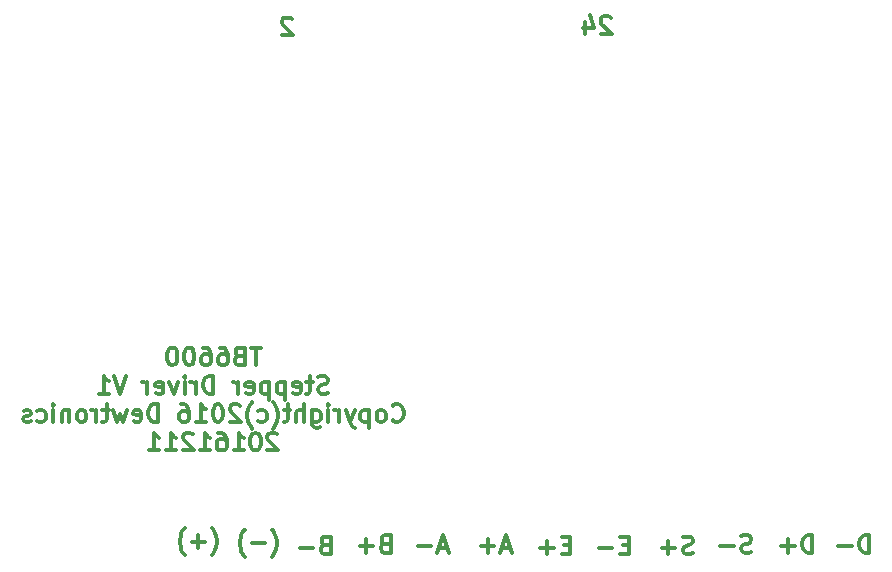
<source format=gbo>
G04 (created by PCBNEW (2013-jul-07)-stable) date Sun 11 Dec 2016 08:13:46 PM CST*
%MOIN*%
G04 Gerber Fmt 3.4, Leading zero omitted, Abs format*
%FSLAX34Y34*%
G01*
G70*
G90*
G04 APERTURE LIST*
%ADD10C,0.00590551*%
%ADD11C,0.011811*%
G04 APERTURE END LIST*
G54D10*
G54D11*
X97370Y-67989D02*
X97370Y-67398D01*
X97229Y-67398D01*
X97145Y-67426D01*
X97089Y-67482D01*
X97060Y-67539D01*
X97032Y-67651D01*
X97032Y-67735D01*
X97060Y-67848D01*
X97089Y-67904D01*
X97145Y-67960D01*
X97229Y-67989D01*
X97370Y-67989D01*
X96779Y-67764D02*
X96329Y-67764D01*
X95470Y-67989D02*
X95470Y-67398D01*
X95329Y-67398D01*
X95245Y-67426D01*
X95189Y-67482D01*
X95160Y-67539D01*
X95132Y-67651D01*
X95132Y-67735D01*
X95160Y-67848D01*
X95189Y-67904D01*
X95245Y-67960D01*
X95329Y-67989D01*
X95470Y-67989D01*
X94879Y-67764D02*
X94429Y-67764D01*
X94654Y-67989D02*
X94654Y-67539D01*
X93434Y-67960D02*
X93349Y-67989D01*
X93209Y-67989D01*
X93153Y-67960D01*
X93124Y-67932D01*
X93096Y-67876D01*
X93096Y-67820D01*
X93124Y-67764D01*
X93153Y-67735D01*
X93209Y-67707D01*
X93321Y-67679D01*
X93378Y-67651D01*
X93406Y-67623D01*
X93434Y-67567D01*
X93434Y-67510D01*
X93406Y-67454D01*
X93378Y-67426D01*
X93321Y-67398D01*
X93181Y-67398D01*
X93096Y-67426D01*
X92843Y-67764D02*
X92393Y-67764D01*
X91484Y-68010D02*
X91399Y-68039D01*
X91259Y-68039D01*
X91203Y-68010D01*
X91174Y-67982D01*
X91146Y-67926D01*
X91146Y-67870D01*
X91174Y-67814D01*
X91203Y-67785D01*
X91259Y-67757D01*
X91371Y-67729D01*
X91428Y-67701D01*
X91456Y-67673D01*
X91484Y-67617D01*
X91484Y-67560D01*
X91456Y-67504D01*
X91428Y-67476D01*
X91371Y-67448D01*
X91231Y-67448D01*
X91146Y-67476D01*
X90893Y-67814D02*
X90443Y-67814D01*
X90668Y-68039D02*
X90668Y-67589D01*
X89342Y-67729D02*
X89145Y-67729D01*
X89060Y-68039D02*
X89342Y-68039D01*
X89342Y-67448D01*
X89060Y-67448D01*
X88807Y-67814D02*
X88357Y-67814D01*
X87392Y-67729D02*
X87195Y-67729D01*
X87110Y-68039D02*
X87392Y-68039D01*
X87392Y-67448D01*
X87110Y-67448D01*
X86857Y-67814D02*
X86407Y-67814D01*
X86632Y-68039D02*
X86632Y-67589D01*
X75449Y-68064D02*
X75478Y-68035D01*
X75534Y-67951D01*
X75562Y-67895D01*
X75590Y-67810D01*
X75618Y-67670D01*
X75618Y-67557D01*
X75590Y-67417D01*
X75562Y-67332D01*
X75534Y-67276D01*
X75478Y-67192D01*
X75449Y-67164D01*
X75224Y-67614D02*
X74775Y-67614D01*
X75000Y-67839D02*
X75000Y-67389D01*
X74550Y-68064D02*
X74521Y-68035D01*
X74465Y-67951D01*
X74437Y-67895D01*
X74409Y-67810D01*
X74381Y-67670D01*
X74381Y-67557D01*
X74409Y-67417D01*
X74437Y-67332D01*
X74465Y-67276D01*
X74521Y-67192D01*
X74550Y-67164D01*
X77449Y-68114D02*
X77478Y-68085D01*
X77534Y-68001D01*
X77562Y-67945D01*
X77590Y-67860D01*
X77618Y-67720D01*
X77618Y-67607D01*
X77590Y-67467D01*
X77562Y-67382D01*
X77534Y-67326D01*
X77478Y-67242D01*
X77449Y-67214D01*
X77224Y-67664D02*
X76775Y-67664D01*
X76550Y-68114D02*
X76521Y-68085D01*
X76465Y-68001D01*
X76437Y-67945D01*
X76409Y-67860D01*
X76381Y-67720D01*
X76381Y-67607D01*
X76409Y-67467D01*
X76437Y-67382D01*
X76465Y-67326D01*
X76521Y-67242D01*
X76550Y-67214D01*
X79223Y-67729D02*
X79139Y-67757D01*
X79110Y-67785D01*
X79082Y-67842D01*
X79082Y-67926D01*
X79110Y-67982D01*
X79139Y-68010D01*
X79195Y-68039D01*
X79420Y-68039D01*
X79420Y-67448D01*
X79223Y-67448D01*
X79167Y-67476D01*
X79139Y-67504D01*
X79110Y-67560D01*
X79110Y-67617D01*
X79139Y-67673D01*
X79167Y-67701D01*
X79223Y-67729D01*
X79420Y-67729D01*
X78829Y-67814D02*
X78379Y-67814D01*
X81223Y-67679D02*
X81139Y-67707D01*
X81110Y-67735D01*
X81082Y-67792D01*
X81082Y-67876D01*
X81110Y-67932D01*
X81139Y-67960D01*
X81195Y-67989D01*
X81420Y-67989D01*
X81420Y-67398D01*
X81223Y-67398D01*
X81167Y-67426D01*
X81139Y-67454D01*
X81110Y-67510D01*
X81110Y-67567D01*
X81139Y-67623D01*
X81167Y-67651D01*
X81223Y-67679D01*
X81420Y-67679D01*
X80829Y-67764D02*
X80379Y-67764D01*
X80604Y-67989D02*
X80604Y-67539D01*
X83306Y-67820D02*
X83024Y-67820D01*
X83362Y-67989D02*
X83165Y-67398D01*
X82968Y-67989D01*
X82771Y-67764D02*
X82321Y-67764D01*
X85406Y-67820D02*
X85124Y-67820D01*
X85462Y-67989D02*
X85265Y-67398D01*
X85068Y-67989D01*
X84871Y-67764D02*
X84421Y-67764D01*
X84646Y-67989D02*
X84646Y-67539D01*
X78118Y-50204D02*
X78090Y-50176D01*
X78034Y-50148D01*
X77893Y-50148D01*
X77837Y-50176D01*
X77809Y-50204D01*
X77781Y-50260D01*
X77781Y-50317D01*
X77809Y-50401D01*
X78146Y-50739D01*
X77781Y-50739D01*
X88749Y-50154D02*
X88721Y-50126D01*
X88665Y-50098D01*
X88524Y-50098D01*
X88468Y-50126D01*
X88440Y-50154D01*
X88412Y-50210D01*
X88412Y-50267D01*
X88440Y-50351D01*
X88778Y-50689D01*
X88412Y-50689D01*
X87906Y-50295D02*
X87906Y-50689D01*
X88046Y-50070D02*
X88187Y-50492D01*
X87821Y-50492D01*
X77088Y-61148D02*
X76751Y-61148D01*
X76920Y-61739D02*
X76920Y-61148D01*
X76357Y-61429D02*
X76273Y-61457D01*
X76245Y-61485D01*
X76217Y-61542D01*
X76217Y-61626D01*
X76245Y-61682D01*
X76273Y-61710D01*
X76329Y-61739D01*
X76554Y-61739D01*
X76554Y-61148D01*
X76357Y-61148D01*
X76301Y-61176D01*
X76273Y-61204D01*
X76245Y-61260D01*
X76245Y-61317D01*
X76273Y-61373D01*
X76301Y-61401D01*
X76357Y-61429D01*
X76554Y-61429D01*
X75710Y-61148D02*
X75823Y-61148D01*
X75879Y-61176D01*
X75907Y-61204D01*
X75964Y-61289D01*
X75992Y-61401D01*
X75992Y-61626D01*
X75964Y-61682D01*
X75935Y-61710D01*
X75879Y-61739D01*
X75767Y-61739D01*
X75710Y-61710D01*
X75682Y-61682D01*
X75654Y-61626D01*
X75654Y-61485D01*
X75682Y-61429D01*
X75710Y-61401D01*
X75767Y-61373D01*
X75879Y-61373D01*
X75935Y-61401D01*
X75964Y-61429D01*
X75992Y-61485D01*
X75148Y-61148D02*
X75260Y-61148D01*
X75317Y-61176D01*
X75345Y-61204D01*
X75401Y-61289D01*
X75429Y-61401D01*
X75429Y-61626D01*
X75401Y-61682D01*
X75373Y-61710D01*
X75317Y-61739D01*
X75204Y-61739D01*
X75148Y-61710D01*
X75120Y-61682D01*
X75092Y-61626D01*
X75092Y-61485D01*
X75120Y-61429D01*
X75148Y-61401D01*
X75204Y-61373D01*
X75317Y-61373D01*
X75373Y-61401D01*
X75401Y-61429D01*
X75429Y-61485D01*
X74726Y-61148D02*
X74670Y-61148D01*
X74614Y-61176D01*
X74586Y-61204D01*
X74557Y-61260D01*
X74529Y-61373D01*
X74529Y-61514D01*
X74557Y-61626D01*
X74586Y-61682D01*
X74614Y-61710D01*
X74670Y-61739D01*
X74726Y-61739D01*
X74782Y-61710D01*
X74811Y-61682D01*
X74839Y-61626D01*
X74867Y-61514D01*
X74867Y-61373D01*
X74839Y-61260D01*
X74811Y-61204D01*
X74782Y-61176D01*
X74726Y-61148D01*
X74164Y-61148D02*
X74107Y-61148D01*
X74051Y-61176D01*
X74023Y-61204D01*
X73995Y-61260D01*
X73967Y-61373D01*
X73967Y-61514D01*
X73995Y-61626D01*
X74023Y-61682D01*
X74051Y-61710D01*
X74107Y-61739D01*
X74164Y-61739D01*
X74220Y-61710D01*
X74248Y-61682D01*
X74276Y-61626D01*
X74304Y-61514D01*
X74304Y-61373D01*
X74276Y-61260D01*
X74248Y-61204D01*
X74220Y-61176D01*
X74164Y-61148D01*
X79324Y-62655D02*
X79240Y-62683D01*
X79099Y-62683D01*
X79043Y-62655D01*
X79015Y-62627D01*
X78987Y-62571D01*
X78987Y-62515D01*
X79015Y-62458D01*
X79043Y-62430D01*
X79099Y-62402D01*
X79212Y-62374D01*
X79268Y-62346D01*
X79296Y-62318D01*
X79324Y-62262D01*
X79324Y-62205D01*
X79296Y-62149D01*
X79268Y-62121D01*
X79212Y-62093D01*
X79071Y-62093D01*
X78987Y-62121D01*
X78818Y-62290D02*
X78593Y-62290D01*
X78733Y-62093D02*
X78733Y-62599D01*
X78705Y-62655D01*
X78649Y-62683D01*
X78593Y-62683D01*
X78171Y-62655D02*
X78227Y-62683D01*
X78340Y-62683D01*
X78396Y-62655D01*
X78424Y-62599D01*
X78424Y-62374D01*
X78396Y-62318D01*
X78340Y-62290D01*
X78227Y-62290D01*
X78171Y-62318D01*
X78143Y-62374D01*
X78143Y-62430D01*
X78424Y-62487D01*
X77890Y-62290D02*
X77890Y-62880D01*
X77890Y-62318D02*
X77834Y-62290D01*
X77721Y-62290D01*
X77665Y-62318D01*
X77637Y-62346D01*
X77609Y-62402D01*
X77609Y-62571D01*
X77637Y-62627D01*
X77665Y-62655D01*
X77721Y-62683D01*
X77834Y-62683D01*
X77890Y-62655D01*
X77356Y-62290D02*
X77356Y-62880D01*
X77356Y-62318D02*
X77299Y-62290D01*
X77187Y-62290D01*
X77131Y-62318D01*
X77102Y-62346D01*
X77074Y-62402D01*
X77074Y-62571D01*
X77102Y-62627D01*
X77131Y-62655D01*
X77187Y-62683D01*
X77299Y-62683D01*
X77356Y-62655D01*
X76596Y-62655D02*
X76652Y-62683D01*
X76765Y-62683D01*
X76821Y-62655D01*
X76849Y-62599D01*
X76849Y-62374D01*
X76821Y-62318D01*
X76765Y-62290D01*
X76652Y-62290D01*
X76596Y-62318D01*
X76568Y-62374D01*
X76568Y-62430D01*
X76849Y-62487D01*
X76315Y-62683D02*
X76315Y-62290D01*
X76315Y-62402D02*
X76287Y-62346D01*
X76259Y-62318D01*
X76203Y-62290D01*
X76146Y-62290D01*
X75499Y-62683D02*
X75499Y-62093D01*
X75359Y-62093D01*
X75275Y-62121D01*
X75218Y-62177D01*
X75190Y-62233D01*
X75162Y-62346D01*
X75162Y-62430D01*
X75190Y-62543D01*
X75218Y-62599D01*
X75275Y-62655D01*
X75359Y-62683D01*
X75499Y-62683D01*
X74909Y-62683D02*
X74909Y-62290D01*
X74909Y-62402D02*
X74881Y-62346D01*
X74853Y-62318D01*
X74796Y-62290D01*
X74740Y-62290D01*
X74543Y-62683D02*
X74543Y-62290D01*
X74543Y-62093D02*
X74571Y-62121D01*
X74543Y-62149D01*
X74515Y-62121D01*
X74543Y-62093D01*
X74543Y-62149D01*
X74318Y-62290D02*
X74178Y-62683D01*
X74037Y-62290D01*
X73587Y-62655D02*
X73643Y-62683D01*
X73756Y-62683D01*
X73812Y-62655D01*
X73840Y-62599D01*
X73840Y-62374D01*
X73812Y-62318D01*
X73756Y-62290D01*
X73643Y-62290D01*
X73587Y-62318D01*
X73559Y-62374D01*
X73559Y-62430D01*
X73840Y-62487D01*
X73306Y-62683D02*
X73306Y-62290D01*
X73306Y-62402D02*
X73278Y-62346D01*
X73250Y-62318D01*
X73194Y-62290D01*
X73137Y-62290D01*
X72575Y-62093D02*
X72378Y-62683D01*
X72181Y-62093D01*
X71675Y-62683D02*
X72012Y-62683D01*
X71844Y-62683D02*
X71844Y-62093D01*
X71900Y-62177D01*
X71956Y-62233D01*
X72012Y-62262D01*
X81475Y-63572D02*
X81503Y-63600D01*
X81588Y-63628D01*
X81644Y-63628D01*
X81728Y-63600D01*
X81785Y-63544D01*
X81813Y-63488D01*
X81841Y-63375D01*
X81841Y-63291D01*
X81813Y-63178D01*
X81785Y-63122D01*
X81728Y-63066D01*
X81644Y-63038D01*
X81588Y-63038D01*
X81503Y-63066D01*
X81475Y-63094D01*
X81138Y-63628D02*
X81194Y-63600D01*
X81222Y-63572D01*
X81250Y-63516D01*
X81250Y-63347D01*
X81222Y-63291D01*
X81194Y-63263D01*
X81138Y-63235D01*
X81053Y-63235D01*
X80997Y-63263D01*
X80969Y-63291D01*
X80941Y-63347D01*
X80941Y-63516D01*
X80969Y-63572D01*
X80997Y-63600D01*
X81053Y-63628D01*
X81138Y-63628D01*
X80688Y-63235D02*
X80688Y-63825D01*
X80688Y-63263D02*
X80632Y-63235D01*
X80519Y-63235D01*
X80463Y-63263D01*
X80435Y-63291D01*
X80407Y-63347D01*
X80407Y-63516D01*
X80435Y-63572D01*
X80463Y-63600D01*
X80519Y-63628D01*
X80632Y-63628D01*
X80688Y-63600D01*
X80210Y-63235D02*
X80069Y-63628D01*
X79929Y-63235D02*
X80069Y-63628D01*
X80125Y-63769D01*
X80154Y-63797D01*
X80210Y-63825D01*
X79704Y-63628D02*
X79704Y-63235D01*
X79704Y-63347D02*
X79676Y-63291D01*
X79647Y-63263D01*
X79591Y-63235D01*
X79535Y-63235D01*
X79338Y-63628D02*
X79338Y-63235D01*
X79338Y-63038D02*
X79366Y-63066D01*
X79338Y-63094D01*
X79310Y-63066D01*
X79338Y-63038D01*
X79338Y-63094D01*
X78804Y-63235D02*
X78804Y-63713D01*
X78832Y-63769D01*
X78860Y-63797D01*
X78916Y-63825D01*
X79001Y-63825D01*
X79057Y-63797D01*
X78804Y-63600D02*
X78860Y-63628D01*
X78973Y-63628D01*
X79029Y-63600D01*
X79057Y-63572D01*
X79085Y-63516D01*
X79085Y-63347D01*
X79057Y-63291D01*
X79029Y-63263D01*
X78973Y-63235D01*
X78860Y-63235D01*
X78804Y-63263D01*
X78523Y-63628D02*
X78523Y-63038D01*
X78269Y-63628D02*
X78269Y-63319D01*
X78298Y-63263D01*
X78354Y-63235D01*
X78438Y-63235D01*
X78494Y-63263D01*
X78523Y-63291D01*
X78073Y-63235D02*
X77848Y-63235D01*
X77988Y-63038D02*
X77988Y-63544D01*
X77960Y-63600D01*
X77904Y-63628D01*
X77848Y-63628D01*
X77482Y-63853D02*
X77510Y-63825D01*
X77566Y-63741D01*
X77595Y-63685D01*
X77623Y-63600D01*
X77651Y-63460D01*
X77651Y-63347D01*
X77623Y-63206D01*
X77595Y-63122D01*
X77566Y-63066D01*
X77510Y-62982D01*
X77482Y-62953D01*
X77004Y-63600D02*
X77060Y-63628D01*
X77173Y-63628D01*
X77229Y-63600D01*
X77257Y-63572D01*
X77285Y-63516D01*
X77285Y-63347D01*
X77257Y-63291D01*
X77229Y-63263D01*
X77173Y-63235D01*
X77060Y-63235D01*
X77004Y-63263D01*
X76807Y-63853D02*
X76779Y-63825D01*
X76723Y-63741D01*
X76695Y-63685D01*
X76667Y-63600D01*
X76638Y-63460D01*
X76638Y-63347D01*
X76667Y-63206D01*
X76695Y-63122D01*
X76723Y-63066D01*
X76779Y-62982D01*
X76807Y-62953D01*
X76385Y-63094D02*
X76357Y-63066D01*
X76301Y-63038D01*
X76160Y-63038D01*
X76104Y-63066D01*
X76076Y-63094D01*
X76048Y-63150D01*
X76048Y-63206D01*
X76076Y-63291D01*
X76413Y-63628D01*
X76048Y-63628D01*
X75682Y-63038D02*
X75626Y-63038D01*
X75570Y-63066D01*
X75542Y-63094D01*
X75514Y-63150D01*
X75485Y-63263D01*
X75485Y-63403D01*
X75514Y-63516D01*
X75542Y-63572D01*
X75570Y-63600D01*
X75626Y-63628D01*
X75682Y-63628D01*
X75739Y-63600D01*
X75767Y-63572D01*
X75795Y-63516D01*
X75823Y-63403D01*
X75823Y-63263D01*
X75795Y-63150D01*
X75767Y-63094D01*
X75739Y-63066D01*
X75682Y-63038D01*
X74923Y-63628D02*
X75260Y-63628D01*
X75092Y-63628D02*
X75092Y-63038D01*
X75148Y-63122D01*
X75204Y-63178D01*
X75260Y-63206D01*
X74417Y-63038D02*
X74529Y-63038D01*
X74586Y-63066D01*
X74614Y-63094D01*
X74670Y-63178D01*
X74698Y-63291D01*
X74698Y-63516D01*
X74670Y-63572D01*
X74642Y-63600D01*
X74586Y-63628D01*
X74473Y-63628D01*
X74417Y-63600D01*
X74389Y-63572D01*
X74361Y-63516D01*
X74361Y-63375D01*
X74389Y-63319D01*
X74417Y-63291D01*
X74473Y-63263D01*
X74586Y-63263D01*
X74642Y-63291D01*
X74670Y-63319D01*
X74698Y-63375D01*
X73658Y-63628D02*
X73658Y-63038D01*
X73517Y-63038D01*
X73433Y-63066D01*
X73376Y-63122D01*
X73348Y-63178D01*
X73320Y-63291D01*
X73320Y-63375D01*
X73348Y-63488D01*
X73376Y-63544D01*
X73433Y-63600D01*
X73517Y-63628D01*
X73658Y-63628D01*
X72842Y-63600D02*
X72898Y-63628D01*
X73011Y-63628D01*
X73067Y-63600D01*
X73095Y-63544D01*
X73095Y-63319D01*
X73067Y-63263D01*
X73011Y-63235D01*
X72898Y-63235D01*
X72842Y-63263D01*
X72814Y-63319D01*
X72814Y-63375D01*
X73095Y-63431D01*
X72617Y-63235D02*
X72505Y-63628D01*
X72392Y-63347D01*
X72280Y-63628D01*
X72167Y-63235D01*
X72026Y-63235D02*
X71802Y-63235D01*
X71942Y-63038D02*
X71942Y-63544D01*
X71914Y-63600D01*
X71858Y-63628D01*
X71802Y-63628D01*
X71605Y-63628D02*
X71605Y-63235D01*
X71605Y-63347D02*
X71577Y-63291D01*
X71548Y-63263D01*
X71492Y-63235D01*
X71436Y-63235D01*
X71155Y-63628D02*
X71211Y-63600D01*
X71239Y-63572D01*
X71267Y-63516D01*
X71267Y-63347D01*
X71239Y-63291D01*
X71211Y-63263D01*
X71155Y-63235D01*
X71070Y-63235D01*
X71014Y-63263D01*
X70986Y-63291D01*
X70958Y-63347D01*
X70958Y-63516D01*
X70986Y-63572D01*
X71014Y-63600D01*
X71070Y-63628D01*
X71155Y-63628D01*
X70705Y-63235D02*
X70705Y-63628D01*
X70705Y-63291D02*
X70677Y-63263D01*
X70620Y-63235D01*
X70536Y-63235D01*
X70480Y-63263D01*
X70452Y-63319D01*
X70452Y-63628D01*
X70170Y-63628D02*
X70170Y-63235D01*
X70170Y-63038D02*
X70199Y-63066D01*
X70170Y-63094D01*
X70142Y-63066D01*
X70170Y-63038D01*
X70170Y-63094D01*
X69636Y-63600D02*
X69692Y-63628D01*
X69805Y-63628D01*
X69861Y-63600D01*
X69889Y-63572D01*
X69917Y-63516D01*
X69917Y-63347D01*
X69889Y-63291D01*
X69861Y-63263D01*
X69805Y-63235D01*
X69692Y-63235D01*
X69636Y-63263D01*
X69411Y-63600D02*
X69355Y-63628D01*
X69242Y-63628D01*
X69186Y-63600D01*
X69158Y-63544D01*
X69158Y-63516D01*
X69186Y-63460D01*
X69242Y-63431D01*
X69327Y-63431D01*
X69383Y-63403D01*
X69411Y-63347D01*
X69411Y-63319D01*
X69383Y-63263D01*
X69327Y-63235D01*
X69242Y-63235D01*
X69186Y-63263D01*
X77637Y-64039D02*
X77609Y-64011D01*
X77552Y-63983D01*
X77412Y-63983D01*
X77356Y-64011D01*
X77327Y-64039D01*
X77299Y-64095D01*
X77299Y-64151D01*
X77327Y-64236D01*
X77665Y-64573D01*
X77299Y-64573D01*
X76934Y-63983D02*
X76877Y-63983D01*
X76821Y-64011D01*
X76793Y-64039D01*
X76765Y-64095D01*
X76737Y-64208D01*
X76737Y-64348D01*
X76765Y-64461D01*
X76793Y-64517D01*
X76821Y-64545D01*
X76877Y-64573D01*
X76934Y-64573D01*
X76990Y-64545D01*
X77018Y-64517D01*
X77046Y-64461D01*
X77074Y-64348D01*
X77074Y-64208D01*
X77046Y-64095D01*
X77018Y-64039D01*
X76990Y-64011D01*
X76934Y-63983D01*
X76174Y-64573D02*
X76512Y-64573D01*
X76343Y-64573D02*
X76343Y-63983D01*
X76399Y-64067D01*
X76456Y-64123D01*
X76512Y-64151D01*
X75668Y-63983D02*
X75781Y-63983D01*
X75837Y-64011D01*
X75865Y-64039D01*
X75921Y-64123D01*
X75949Y-64236D01*
X75949Y-64461D01*
X75921Y-64517D01*
X75893Y-64545D01*
X75837Y-64573D01*
X75724Y-64573D01*
X75668Y-64545D01*
X75640Y-64517D01*
X75612Y-64461D01*
X75612Y-64320D01*
X75640Y-64264D01*
X75668Y-64236D01*
X75724Y-64208D01*
X75837Y-64208D01*
X75893Y-64236D01*
X75921Y-64264D01*
X75949Y-64320D01*
X75050Y-64573D02*
X75387Y-64573D01*
X75218Y-64573D02*
X75218Y-63983D01*
X75275Y-64067D01*
X75331Y-64123D01*
X75387Y-64151D01*
X74825Y-64039D02*
X74796Y-64011D01*
X74740Y-63983D01*
X74600Y-63983D01*
X74543Y-64011D01*
X74515Y-64039D01*
X74487Y-64095D01*
X74487Y-64151D01*
X74515Y-64236D01*
X74853Y-64573D01*
X74487Y-64573D01*
X73925Y-64573D02*
X74262Y-64573D01*
X74093Y-64573D02*
X74093Y-63983D01*
X74150Y-64067D01*
X74206Y-64123D01*
X74262Y-64151D01*
X73362Y-64573D02*
X73700Y-64573D01*
X73531Y-64573D02*
X73531Y-63983D01*
X73587Y-64067D01*
X73643Y-64123D01*
X73700Y-64151D01*
M02*

</source>
